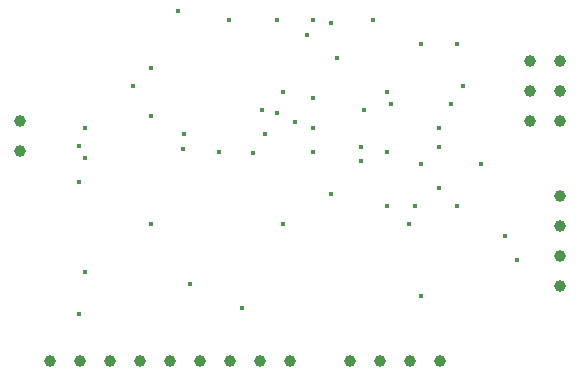
<source format=gbr>
%TF.GenerationSoftware,KiCad,Pcbnew,(6.0.0)*%
%TF.CreationDate,2022-01-07T19:37:29+08:00*%
%TF.ProjectId,pj4_MCU,706a345f-4d43-4552-9e6b-696361645f70,1*%
%TF.SameCoordinates,Original*%
%TF.FileFunction,Plated,1,4,PTH,Drill*%
%TF.FilePolarity,Positive*%
%FSLAX46Y46*%
G04 Gerber Fmt 4.6, Leading zero omitted, Abs format (unit mm)*
G04 Created by KiCad (PCBNEW (6.0.0)) date 2022-01-07 19:37:29*
%MOMM*%
%LPD*%
G01*
G04 APERTURE LIST*
%TA.AperFunction,ViaDrill*%
%ADD10C,0.400000*%
%TD*%
%TA.AperFunction,ComponentDrill*%
%ADD11C,1.000000*%
%TD*%
G04 APERTURE END LIST*
D10*
X116332000Y-120904000D03*
X116332000Y-123952000D03*
X116332000Y-135128000D03*
X116840000Y-119380000D03*
X116840000Y-121920000D03*
X116840000Y-131572000D03*
X120904000Y-115824000D03*
X122428000Y-114300000D03*
X122428000Y-118364000D03*
X122428000Y-118364000D03*
X122428000Y-127508000D03*
X124714000Y-109474000D03*
X125168770Y-121133505D03*
X125209500Y-119887941D03*
X125775980Y-132588000D03*
X128174020Y-121412000D03*
X129032000Y-110236000D03*
X130147540Y-134620000D03*
X131037472Y-121518875D03*
X131811972Y-117856000D03*
X132080000Y-119888000D03*
X133096000Y-110236000D03*
X133096000Y-118147500D03*
X133604000Y-116332000D03*
X133604000Y-127508000D03*
X134615693Y-118876307D03*
X135636000Y-111543500D03*
X136144000Y-110236000D03*
X136144000Y-116840000D03*
X136144000Y-119380000D03*
X136144000Y-121412000D03*
X137668000Y-110527500D03*
X137668000Y-124968000D03*
X138176000Y-113500500D03*
X140208000Y-120962469D03*
X140208000Y-122211500D03*
X140449500Y-117856000D03*
X141224000Y-110236000D03*
X142398020Y-116332000D03*
X142398020Y-121412000D03*
X142448020Y-125984000D03*
X142748000Y-117348000D03*
X144272000Y-127508000D03*
X144780000Y-125984000D03*
X145288000Y-112268000D03*
X145288000Y-122428000D03*
X145288000Y-133604000D03*
X146812000Y-119380000D03*
X146812000Y-120962469D03*
X146812000Y-124460000D03*
X147828000Y-117348000D03*
X148336000Y-112268000D03*
X148336000Y-125984000D03*
X148844000Y-115824000D03*
X150368000Y-122428000D03*
X152400000Y-128524000D03*
X153411701Y-130560299D03*
D11*
%TO.C,BT1*%
X111318000Y-118806000D03*
X111318000Y-121346000D03*
%TO.C,J1*%
X113868000Y-139126000D03*
X116408000Y-139126000D03*
X118948000Y-139126000D03*
X121488000Y-139126000D03*
X124028000Y-139126000D03*
X126568000Y-139126000D03*
X129108000Y-139126000D03*
X131648000Y-139126000D03*
X134188000Y-139126000D03*
%TO.C,J4*%
X139258000Y-139126000D03*
X141798000Y-139126000D03*
X144338000Y-139126000D03*
X146878000Y-139126000D03*
%TO.C,J2*%
X154498000Y-113726000D03*
X154498000Y-116266000D03*
X154498000Y-118806000D03*
X157038000Y-113726000D03*
X157038000Y-116266000D03*
X157038000Y-118806000D03*
%TO.C,J3*%
X157038000Y-125166000D03*
X157038000Y-127706000D03*
X157038000Y-130246000D03*
X157038000Y-132786000D03*
M02*

</source>
